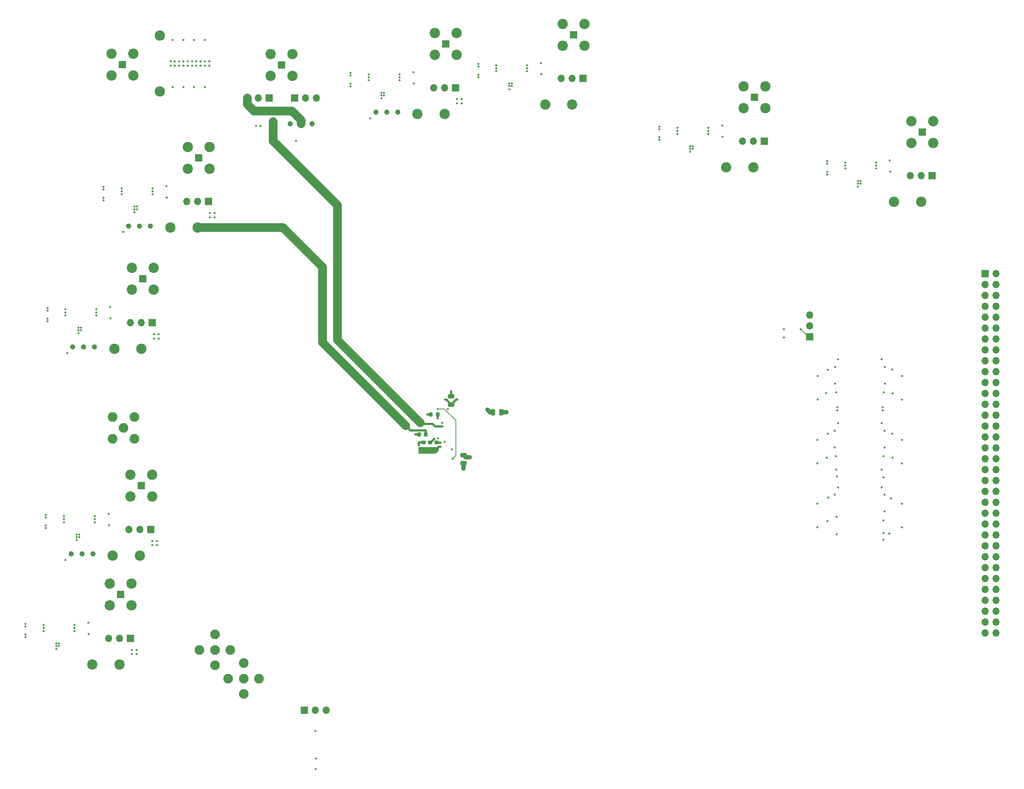
<source format=gbr>
%TF.GenerationSoftware,KiCad,Pcbnew,7.0.1-0*%
%TF.CreationDate,2023-04-17T18:48:32+01:00*%
%TF.ProjectId,cyborg65r2_thermo_pcb,6379626f-7267-4363-9572-325f74686572,rev?*%
%TF.SameCoordinates,Original*%
%TF.FileFunction,Copper,L4,Bot*%
%TF.FilePolarity,Positive*%
%FSLAX46Y46*%
G04 Gerber Fmt 4.6, Leading zero omitted, Abs format (unit mm)*
G04 Created by KiCad (PCBNEW 7.0.1-0) date 2023-04-17 18:48:32*
%MOMM*%
%LPD*%
G01*
G04 APERTURE LIST*
G04 Aperture macros list*
%AMRoundRect*
0 Rectangle with rounded corners*
0 $1 Rounding radius*
0 $2 $3 $4 $5 $6 $7 $8 $9 X,Y pos of 4 corners*
0 Add a 4 corners polygon primitive as box body*
4,1,4,$2,$3,$4,$5,$6,$7,$8,$9,$2,$3,0*
0 Add four circle primitives for the rounded corners*
1,1,$1+$1,$2,$3*
1,1,$1+$1,$4,$5*
1,1,$1+$1,$6,$7*
1,1,$1+$1,$8,$9*
0 Add four rect primitives between the rounded corners*
20,1,$1+$1,$2,$3,$4,$5,0*
20,1,$1+$1,$4,$5,$6,$7,0*
20,1,$1+$1,$6,$7,$8,$9,0*
20,1,$1+$1,$8,$9,$2,$3,0*%
G04 Aperture macros list end*
%TA.AperFunction,ComponentPad*%
%ADD10R,1.785000X1.785000*%
%TD*%
%TA.AperFunction,ComponentPad*%
%ADD11C,2.400000*%
%TD*%
%TA.AperFunction,ComponentPad*%
%ADD12C,1.240000*%
%TD*%
%TA.AperFunction,ComponentPad*%
%ADD13R,1.700000X1.700000*%
%TD*%
%TA.AperFunction,ComponentPad*%
%ADD14O,1.700000X1.700000*%
%TD*%
%TA.AperFunction,ComponentPad*%
%ADD15C,2.250000*%
%TD*%
%TA.AperFunction,SMDPad,CuDef*%
%ADD16RoundRect,0.250000X-0.475000X0.250000X-0.475000X-0.250000X0.475000X-0.250000X0.475000X0.250000X0*%
%TD*%
%TA.AperFunction,SMDPad,CuDef*%
%ADD17RoundRect,0.225000X0.225000X0.250000X-0.225000X0.250000X-0.225000X-0.250000X0.225000X-0.250000X0*%
%TD*%
%TA.AperFunction,SMDPad,CuDef*%
%ADD18RoundRect,0.225000X-0.250000X0.225000X-0.250000X-0.225000X0.250000X-0.225000X0.250000X0.225000X0*%
%TD*%
%TA.AperFunction,SMDPad,CuDef*%
%ADD19RoundRect,0.250000X-0.250000X-0.475000X0.250000X-0.475000X0.250000X0.475000X-0.250000X0.475000X0*%
%TD*%
%TA.AperFunction,SMDPad,CuDef*%
%ADD20RoundRect,0.250000X0.475000X-0.250000X0.475000X0.250000X-0.475000X0.250000X-0.475000X-0.250000X0*%
%TD*%
%TA.AperFunction,ViaPad*%
%ADD21C,0.500000*%
%TD*%
%TA.AperFunction,Conductor*%
%ADD22C,0.127000*%
%TD*%
%TA.AperFunction,Conductor*%
%ADD23C,0.500000*%
%TD*%
%TA.AperFunction,Conductor*%
%ADD24C,2.000000*%
%TD*%
%TA.AperFunction,Conductor*%
%ADD25C,1.000000*%
%TD*%
G04 APERTURE END LIST*
D10*
%TO.P,J19,1,CNTR*%
%TO.N,Net-(J19-CNTR)*%
X145395000Y-79750000D03*
D11*
%TO.P,J19,2,GND*%
%TO.N,GND*%
X142855000Y-82290000D03*
%TO.P,J19,3,GND*%
X147935000Y-82290000D03*
%TO.P,J19,4,GND*%
X147935000Y-77210000D03*
%TO.P,J19,5,GND*%
X142855000Y-77210000D03*
%TD*%
%TO.P,J26,5,GND*%
%TO.N,GND*%
X129405000Y-153695000D03*
%TO.P,J26,4,GND*%
X134485000Y-153695000D03*
%TO.P,J26,3,GND*%
X134485000Y-158775000D03*
%TO.P,J26,2,GND*%
X129405000Y-158775000D03*
D10*
%TO.P,J26,1,CNTR*%
%TO.N,Net-(J26-CNTR)*%
X131945000Y-156235000D03*
%TD*%
D11*
%TO.P,J9,1,PRB*%
%TO.N,VDDD1P2*%
X232435000Y-67340000D03*
%TD*%
%TO.P,J21,1,PRB*%
%TO.N,VDDOSC*%
X132015000Y-124290000D03*
%TD*%
D12*
%TO.P,VR2,3,CW*%
%TO.N,unconnected-(VR2-CW-Pad3)*%
X121065000Y-123890000D03*
%TO.P,VR2,2,WIPER*%
%TO.N,GND*%
X118525000Y-123890000D03*
%TO.P,VR2,1,CCW*%
%TO.N,Net-(U7-SET)*%
X115985000Y-123890000D03*
%TD*%
D13*
%TO.P,J38,1,Pin_1*%
%TO.N,Net-(J36-Pin_1)*%
X161785000Y-65820000D03*
D14*
%TO.P,J38,2,Pin_2*%
%TO.N,/IREF*%
X159245000Y-65820000D03*
%TO.P,J38,3,Pin_3*%
%TO.N,/IREF/IREF_INT*%
X156705000Y-65820000D03*
%TD*%
D13*
%TO.P,J41,1,Pin_1*%
%TO.N,/SDA*%
X287790000Y-121526199D03*
D14*
%TO.P,J41,2,Pin_2*%
%TO.N,GND*%
X287790000Y-118986199D03*
%TO.P,J41,3,Pin_3*%
%TO.N,/SCL*%
X287790000Y-116446199D03*
%TD*%
D11*
%TO.P,J1,1,PRB*%
%TO.N,VDD3P3*%
X313740000Y-90050000D03*
%TD*%
%TO.P,J29,1,PRB*%
%TO.N,VDDCCO*%
X202675000Y-69485000D03*
%TD*%
D13*
%TO.P,J36,1,Pin_1*%
%TO.N,Net-(J36-Pin_1)*%
X167735000Y-65820000D03*
D14*
%TO.P,J36,2,Pin_2*%
%TO.N,Net-(J36-Pin_2)*%
X170275000Y-65820000D03*
%TO.P,J36,3,Pin_3*%
%TO.N,VDDCCO*%
X172815000Y-65820000D03*
%TD*%
D15*
%TO.P,J47,5,GND*%
%TO.N,GND*%
X125275000Y-145280000D03*
%TO.P,J47,4,GND*%
X125275000Y-140200000D03*
%TO.P,J47,3,GND*%
X130355000Y-140200000D03*
%TO.P,J47,2,GND*%
X130355000Y-145280000D03*
%TO.P,J47,1,CNTR*%
%TO.N,Net-(J47-CNTR)*%
X127815000Y-142740000D03*
%TD*%
D11*
%TO.P,J15,5,GND*%
%TO.N,GND*%
X124645000Y-179100000D03*
%TO.P,J15,4,GND*%
X129725000Y-179100000D03*
%TO.P,J15,3,GND*%
X129725000Y-184180000D03*
%TO.P,J15,2,GND*%
X124645000Y-184180000D03*
D10*
%TO.P,J15,1,CNTR*%
%TO.N,Net-(J15-CNTR)*%
X127185000Y-181640000D03*
%TD*%
D11*
%TO.P,J17,1,PRB*%
%TO.N,VREF*%
X145095000Y-96050000D03*
%TD*%
%TO.P,J2,1,PRB*%
%TO.N,GND*%
X307440000Y-90050000D03*
%TD*%
%TO.P,J23,1,PRB*%
%TO.N,VDDTQ*%
X131645000Y-172535000D03*
%TD*%
%TO.P,J18,1,PRB*%
%TO.N,GND*%
X138785000Y-96050000D03*
%TD*%
D13*
%TO.P,J20,1,Pin_1*%
%TO.N,Net-(J19-CNTR)*%
X147625000Y-89950000D03*
D14*
%TO.P,J20,2,Pin_2*%
%TO.N,Net-(J20-Pin_2)*%
X145085000Y-89950000D03*
%TO.P,J20,3,Pin_3*%
%TO.N,/VREF/VREF_INT*%
X142545000Y-89950000D03*
%TD*%
D11*
%TO.P,J13,1,PRB*%
%TO.N,VDDA2P5*%
X126885000Y-197940000D03*
%TD*%
D10*
%TO.P,J37,1,CNTR*%
%TO.N,Net-(J36-Pin_1)*%
X164680000Y-58090000D03*
D11*
%TO.P,J37,2,GND*%
%TO.N,GND*%
X162140000Y-60630000D03*
%TO.P,J37,3,GND*%
X167220000Y-60630000D03*
%TO.P,J37,4,GND*%
X167220000Y-55550000D03*
%TO.P,J37,5,GND*%
X162140000Y-55550000D03*
%TD*%
D14*
%TO.P,J48,3,Pin_3*%
%TO.N,/RSTBCLK*%
X175110000Y-208665000D03*
%TO.P,J48,2,Pin_2*%
%TO.N,GND*%
X172570000Y-208665000D03*
D13*
%TO.P,J48,1,Pin_1*%
%TO.N,/RSTB*%
X170030000Y-208665000D03*
%TD*%
D11*
%TO.P,J14,1,PRB*%
%TO.N,GND*%
X120575000Y-197940000D03*
%TD*%
%TO.P,J24,1,PRB*%
%TO.N,GND*%
X125325000Y-172535000D03*
%TD*%
D10*
%TO.P,J11,1,CNTR*%
%TO.N,Net-(J11-CNTR)*%
X232735000Y-51040000D03*
D11*
%TO.P,J11,2,GND*%
%TO.N,GND*%
X230195000Y-53580000D03*
%TO.P,J11,3,GND*%
X235275000Y-53580000D03*
%TO.P,J11,4,GND*%
X235275000Y-48500000D03*
%TO.P,J11,5,GND*%
X230195000Y-48500000D03*
%TD*%
D14*
%TO.P,J16,3,Pin_3*%
%TO.N,/VDDA2P5/VDDA2P5_INT*%
X124335000Y-191840000D03*
%TO.P,J16,2,Pin_2*%
%TO.N,Net-(J16-Pin_2)*%
X126875000Y-191840000D03*
D13*
%TO.P,J16,1,Pin_1*%
%TO.N,Net-(J15-CNTR)*%
X129415000Y-191840000D03*
%TD*%
D15*
%TO.P,J40,5,GND*%
%TO.N,GND*%
X155847887Y-204839136D03*
%TO.P,J40,4,GND*%
X152255785Y-201247034D03*
%TO.P,J40,3,GND*%
X155847887Y-197654932D03*
%TO.P,J40,2,GND*%
X159439989Y-201247034D03*
%TO.P,J40,1,CNTR*%
%TO.N,/CLKIN_N*%
X155847887Y-201247034D03*
%TD*%
D14*
%TO.P,J27,3,Pin_3*%
%TO.N,/VDDACORE/VDDOSC_INT*%
X129465000Y-118190000D03*
%TO.P,J27,2,Pin_2*%
%TO.N,Net-(J27-Pin_2)*%
X132005000Y-118190000D03*
D13*
%TO.P,J27,1,Pin_1*%
%TO.N,Net-(J25-CNTR)*%
X134545000Y-118190000D03*
%TD*%
D10*
%TO.P,J7,1,CNTR*%
%TO.N,Net-(J7-CNTR)*%
X274935000Y-65665000D03*
D11*
%TO.P,J7,2,GND*%
%TO.N,GND*%
X272395000Y-68205000D03*
%TO.P,J7,3,GND*%
X277475000Y-68205000D03*
%TO.P,J7,4,GND*%
X277475000Y-63125000D03*
%TO.P,J7,5,GND*%
X272395000Y-63125000D03*
%TD*%
D12*
%TO.P,VR1,1,CCW*%
%TO.N,Net-(U6-SET)*%
X129065000Y-95650000D03*
%TO.P,VR1,2,WIPER*%
%TO.N,GND*%
X131605000Y-95650000D03*
%TO.P,VR1,3,CW*%
%TO.N,unconnected-(VR1-CW-Pad3)*%
X134145000Y-95650000D03*
%TD*%
D11*
%TO.P,J34,1,PRB*%
%TO.N,VDDEXT*%
X136305000Y-51265000D03*
%TD*%
D13*
%TO.P,J4,1,Pin_1*%
%TO.N,Net-(J3-CNTR)*%
X316280000Y-83950000D03*
D14*
%TO.P,J4,2,Pin_2*%
%TO.N,VDD3P3*%
X313740000Y-83950000D03*
%TO.P,J4,3,Pin_3*%
%TO.N,/VDD3P3/VDD3P3_INT*%
X311200000Y-83950000D03*
%TD*%
D11*
%TO.P,J5,1,PRB*%
%TO.N,VDDD2P5*%
X274645000Y-81965000D03*
%TD*%
D14*
%TO.P,J28,3,Pin_3*%
%TO.N,/VDDACORE/VDDTQ_INT*%
X129095000Y-166435000D03*
%TO.P,J28,2,Pin_2*%
%TO.N,Net-(J28-Pin_2)*%
X131635000Y-166435000D03*
D13*
%TO.P,J28,1,Pin_1*%
%TO.N,Net-(J26-CNTR)*%
X134175000Y-166435000D03*
%TD*%
%TO.P,J8,1,Pin_1*%
%TO.N,Net-(J7-CNTR)*%
X277175000Y-75865000D03*
D14*
%TO.P,J8,2,Pin_2*%
%TO.N,VDDD2P5*%
X274635000Y-75865000D03*
%TO.P,J8,3,Pin_3*%
%TO.N,/VDDD2P5/VDDD2P5_INT*%
X272095000Y-75865000D03*
%TD*%
D11*
%TO.P,J6,1,PRB*%
%TO.N,GND*%
X268335000Y-81965000D03*
%TD*%
D12*
%TO.P,VR4,3,CW*%
%TO.N,unconnected-(VR4-CW-Pad3)*%
X191725000Y-69085000D03*
%TO.P,VR4,2,WIPER*%
%TO.N,GND*%
X189185000Y-69085000D03*
%TO.P,VR4,1,CCW*%
%TO.N,Net-(U9-SET)*%
X186645000Y-69085000D03*
%TD*%
D14*
%TO.P,J46,68,Pin_68*%
%TO.N,GND*%
X331200000Y-190625000D03*
%TO.P,J46,67,Pin_67*%
%TO.N,/DIGBUF_LEVSHIFT/DOUT_BUF18*%
X328660000Y-190625000D03*
%TO.P,J46,66,Pin_66*%
%TO.N,GND*%
X331200000Y-188085000D03*
%TO.P,J46,65,Pin_65*%
%TO.N,/DIGBUF_LEVSHIFT/DOUT_BUF17*%
X328660000Y-188085000D03*
%TO.P,J46,64,Pin_64*%
%TO.N,GND*%
X331200000Y-185545000D03*
%TO.P,J46,63,Pin_63*%
%TO.N,/DIGBUF_LEVSHIFT/DOUT_BUF16*%
X328660000Y-185545000D03*
%TO.P,J46,62,Pin_62*%
%TO.N,GND*%
X331200000Y-183005000D03*
%TO.P,J46,61,Pin_61*%
%TO.N,/DIGBUF_LEVSHIFT/DOUT_BUF15*%
X328660000Y-183005000D03*
%TO.P,J46,60,Pin_60*%
%TO.N,GND*%
X331200000Y-180465000D03*
%TO.P,J46,59,Pin_59*%
%TO.N,/DIGBUF_LEVSHIFT/DOUT_BUF14*%
X328660000Y-180465000D03*
%TO.P,J46,58,Pin_58*%
%TO.N,GND*%
X331200000Y-177925000D03*
%TO.P,J46,57,Pin_57*%
%TO.N,/DIGBUF_LEVSHIFT/DOUT_BUF13*%
X328660000Y-177925000D03*
%TO.P,J46,56,Pin_56*%
%TO.N,GND*%
X331200000Y-175385000D03*
%TO.P,J46,55,Pin_55*%
%TO.N,/DIGBUF_LEVSHIFT/DOUT_BUF12*%
X328660000Y-175385000D03*
%TO.P,J46,54,Pin_54*%
%TO.N,GND*%
X331200000Y-172845000D03*
%TO.P,J46,53,Pin_53*%
%TO.N,/DIGBUF_LEVSHIFT/DOUT_BUF11*%
X328660000Y-172845000D03*
%TO.P,J46,52,Pin_52*%
%TO.N,GND*%
X331200000Y-170305000D03*
%TO.P,J46,51,Pin_51*%
%TO.N,/DIGBUF_LEVSHIFT/DOUT_BUF10*%
X328660000Y-170305000D03*
%TO.P,J46,50,Pin_50*%
%TO.N,GND*%
X331200000Y-167765000D03*
%TO.P,J46,49,Pin_49*%
%TO.N,/DIGBUF_LEVSHIFT/DOUT_BUF9*%
X328660000Y-167765000D03*
%TO.P,J46,48,Pin_48*%
%TO.N,GND*%
X331200000Y-165225000D03*
%TO.P,J46,47,Pin_47*%
%TO.N,/DIGBUF_LEVSHIFT/DOUT_BUF8*%
X328660000Y-165225000D03*
%TO.P,J46,46,Pin_46*%
%TO.N,GND*%
X331200000Y-162685000D03*
%TO.P,J46,45,Pin_45*%
%TO.N,/DIGBUF_LEVSHIFT/DOUT_BUF7*%
X328660000Y-162685000D03*
%TO.P,J46,44,Pin_44*%
%TO.N,GND*%
X331200000Y-160145000D03*
%TO.P,J46,43,Pin_43*%
%TO.N,/DIGBUF_LEVSHIFT/DOUT_BUF6*%
X328660000Y-160145000D03*
%TO.P,J46,42,Pin_42*%
%TO.N,GND*%
X331200000Y-157605000D03*
%TO.P,J46,41,Pin_41*%
%TO.N,/DIGBUF_LEVSHIFT/DOUT_BUF5*%
X328660000Y-157605000D03*
%TO.P,J46,40,Pin_40*%
%TO.N,GND*%
X331200000Y-155065000D03*
%TO.P,J46,39,Pin_39*%
%TO.N,/DIGBUF_LEVSHIFT/DOUT_BUF4*%
X328660000Y-155065000D03*
%TO.P,J46,38,Pin_38*%
%TO.N,GND*%
X331200000Y-152525000D03*
%TO.P,J46,37,Pin_37*%
%TO.N,/DIGBUF_LEVSHIFT/DOUT_BUF3*%
X328660000Y-152525000D03*
%TO.P,J46,36,Pin_36*%
%TO.N,GND*%
X331200000Y-149985000D03*
%TO.P,J46,35,Pin_35*%
%TO.N,/DIGBUF_LEVSHIFT/DOUT_BUF2*%
X328660000Y-149985000D03*
%TO.P,J46,34,Pin_34*%
%TO.N,GND*%
X331200000Y-147445000D03*
%TO.P,J46,33,Pin_33*%
%TO.N,/DIGBUF_LEVSHIFT/DOUT_BUF1*%
X328660000Y-147445000D03*
%TO.P,J46,32,Pin_32*%
%TO.N,GND*%
X331200000Y-144905000D03*
%TO.P,J46,31,Pin_31*%
%TO.N,/DIGBUF_LEVSHIFT/DOUT_BUF0*%
X328660000Y-144905000D03*
%TO.P,J46,30,Pin_30*%
%TO.N,GND*%
X331200000Y-142365000D03*
%TO.P,J46,29,Pin_29*%
%TO.N,/DIGBUF_LEVSHIFT/CLKOUT_BUF*%
X328660000Y-142365000D03*
%TO.P,J46,28,Pin_28*%
%TO.N,GND*%
X331200000Y-139825000D03*
%TO.P,J46,27,Pin_27*%
%TO.N,/DIGBUF_LEVSHIFT/CCOUT_BUF*%
X328660000Y-139825000D03*
%TO.P,J46,26,Pin_26*%
%TO.N,GND*%
X331200000Y-137285000D03*
%TO.P,J46,25,Pin_25*%
%TO.N,/DIGBUF_LEVSHIFT/CLKRS_BUF*%
X328660000Y-137285000D03*
%TO.P,J46,24,Pin_24*%
%TO.N,GND*%
X331200000Y-134745000D03*
%TO.P,J46,23,Pin_23*%
%TO.N,/DIGBUF_LEVSHIFT/AUX_BUF0*%
X328660000Y-134745000D03*
%TO.P,J46,22,Pin_22*%
%TO.N,GND*%
X331200000Y-132205000D03*
%TO.P,J46,21,Pin_21*%
%TO.N,/DIGBUF_LEVSHIFT/AUX_BUF1*%
X328660000Y-132205000D03*
%TO.P,J46,20,Pin_20*%
%TO.N,GND*%
X331200000Y-129665000D03*
%TO.P,J46,19,Pin_19*%
%TO.N,/DIGBUF_LEVSHIFT/AUX_BUF2*%
X328660000Y-129665000D03*
%TO.P,J46,18,Pin_18*%
%TO.N,GND*%
X331200000Y-127125000D03*
%TO.P,J46,17,Pin_17*%
%TO.N,/DIGBUF_LEVSHIFT/AUX_BUF3*%
X328660000Y-127125000D03*
%TO.P,J46,16,Pin_16*%
%TO.N,GND*%
X331200000Y-124585000D03*
%TO.P,J46,15,Pin_15*%
%TO.N,/DIGBUF_LEVSHIFT/AUX_BUF4*%
X328660000Y-124585000D03*
%TO.P,J46,14,Pin_14*%
%TO.N,GND*%
X331200000Y-122045000D03*
%TO.P,J46,13,Pin_13*%
%TO.N,/DIGBUF_LEVSHIFT/AUX_BUF5*%
X328660000Y-122045000D03*
%TO.P,J46,12,Pin_12*%
%TO.N,GND*%
X331200000Y-119505000D03*
%TO.P,J46,11,Pin_11*%
%TO.N,/DIGBUF_LEVSHIFT/AUX_BUF6*%
X328660000Y-119505000D03*
%TO.P,J46,10,Pin_10*%
%TO.N,GND*%
X331200000Y-116965000D03*
%TO.P,J46,9,Pin_9*%
%TO.N,/DIGBUF_LEVSHIFT/AUX_BUF7*%
X328660000Y-116965000D03*
%TO.P,J46,8,Pin_8*%
%TO.N,GND*%
X331200000Y-114425000D03*
%TO.P,J46,7,Pin_7*%
%TO.N,/DIGBUF_LEVSHIFT/AUX_BUF8*%
X328660000Y-114425000D03*
%TO.P,J46,6,Pin_6*%
%TO.N,GND*%
X331200000Y-111885000D03*
%TO.P,J46,5,Pin_5*%
%TO.N,/DIGBUF_LEVSHIFT/AUX_BUF9*%
X328660000Y-111885000D03*
%TO.P,J46,4,Pin_4*%
%TO.N,GND*%
X331200000Y-109345000D03*
%TO.P,J46,3,Pin_3*%
%TO.N,/DIGBUF_LEVSHIFT/AUX_BUF10*%
X328660000Y-109345000D03*
%TO.P,J46,2,Pin_2*%
%TO.N,GND*%
X331200000Y-106805000D03*
D13*
%TO.P,J46,1,Pin_1*%
%TO.N,/DIGBUF_LEVSHIFT/AUX_BUF11*%
X328660000Y-106805000D03*
%TD*%
D11*
%TO.P,J35,1,PRB*%
%TO.N,GND*%
X136305000Y-64265000D03*
%TD*%
%TO.P,J22,1,PRB*%
%TO.N,GND*%
X125695000Y-124290000D03*
%TD*%
D10*
%TO.P,J3,1,CNTR*%
%TO.N,Net-(J3-CNTR)*%
X314040000Y-73750000D03*
D11*
%TO.P,J3,2,GND*%
%TO.N,GND*%
X311500000Y-76290000D03*
%TO.P,J3,3,GND*%
X316580000Y-76290000D03*
%TO.P,J3,4,GND*%
X316580000Y-71210000D03*
%TO.P,J3,5,GND*%
X311500000Y-71210000D03*
%TD*%
D15*
%TO.P,J39,5,GND*%
%TO.N,GND*%
X149139989Y-198139136D03*
%TO.P,J39,4,GND*%
X145547887Y-194547034D03*
%TO.P,J39,3,GND*%
X149139989Y-190954932D03*
%TO.P,J39,2,GND*%
X152732091Y-194547034D03*
%TO.P,J39,1,CNTR*%
%TO.N,/CLKIN_P*%
X149139989Y-194547034D03*
%TD*%
D11*
%TO.P,J25,5,GND*%
%TO.N,GND*%
X129775000Y-105450000D03*
%TO.P,J25,4,GND*%
X134855000Y-105450000D03*
%TO.P,J25,3,GND*%
X134855000Y-110530000D03*
%TO.P,J25,2,GND*%
X129775000Y-110530000D03*
D10*
%TO.P,J25,1,CNTR*%
%TO.N,Net-(J25-CNTR)*%
X132315000Y-107990000D03*
%TD*%
D11*
%TO.P,J10,1,PRB*%
%TO.N,GND*%
X226135000Y-67340000D03*
%TD*%
D12*
%TO.P,VR3,3,CW*%
%TO.N,unconnected-(VR3-CW-Pad3)*%
X120695000Y-172135000D03*
%TO.P,VR3,2,WIPER*%
%TO.N,GND*%
X118155000Y-172135000D03*
%TO.P,VR3,1,CCW*%
%TO.N,Net-(U8-SET)*%
X115615000Y-172135000D03*
%TD*%
D13*
%TO.P,J12,1,Pin_1*%
%TO.N,Net-(J11-CNTR)*%
X234970000Y-61240000D03*
D14*
%TO.P,J12,2,Pin_2*%
%TO.N,VDDD1P2*%
X232430000Y-61240000D03*
%TO.P,J12,3,Pin_3*%
%TO.N,/VDDD1P2/VDD1P2_INT*%
X229890000Y-61240000D03*
%TD*%
D11*
%TO.P,J31,5,GND*%
%TO.N,GND*%
X200435000Y-50645000D03*
%TO.P,J31,4,GND*%
X205515000Y-50645000D03*
%TO.P,J31,3,GND*%
X205515000Y-55725000D03*
%TO.P,J31,2,GND*%
X200435000Y-55725000D03*
D10*
%TO.P,J31,1,CNTR*%
%TO.N,Net-(J31-CNTR)*%
X202975000Y-53185000D03*
%TD*%
D12*
%TO.P,VR5,1,CCW*%
%TO.N,unconnected-(VR5-CCW-Pad1)*%
X166720000Y-71820000D03*
%TO.P,VR5,2,WIPER*%
%TO.N,/IREF/IREF_INT*%
X169260000Y-71820000D03*
%TO.P,VR5,3,CW*%
%TO.N,Net-(J36-Pin_2)*%
X171800000Y-71820000D03*
%TD*%
D10*
%TO.P,J33,1,CNTR*%
%TO.N,Net-(J33-CNTR)*%
X127625000Y-58015000D03*
D11*
%TO.P,J33,2,GND*%
%TO.N,GND*%
X130165000Y-60555000D03*
%TO.P,J33,3,GND*%
X130165000Y-55475000D03*
%TO.P,J33,4,GND*%
X125085000Y-55475000D03*
%TO.P,J33,5,GND*%
X125085000Y-60555000D03*
%TD*%
D14*
%TO.P,J32,3,Pin_3*%
%TO.N,/VDDACORE/VDDCCO_INT*%
X200125000Y-63385000D03*
%TO.P,J32,2,Pin_2*%
%TO.N,Net-(J32-Pin_2)*%
X202665000Y-63385000D03*
D13*
%TO.P,J32,1,Pin_1*%
%TO.N,Net-(J31-CNTR)*%
X205205000Y-63385000D03*
%TD*%
D11*
%TO.P,J30,1,PRB*%
%TO.N,GND*%
X196355000Y-69485000D03*
%TD*%
D16*
%TO.P,C7,2*%
%TO.N,GND*%
X207063312Y-150997000D03*
%TO.P,C7,1*%
%TO.N,VDDD2P5*%
X207063312Y-149097000D03*
%TD*%
D17*
%TO.P,C4,2*%
%TO.N,GND*%
X196758312Y-144237000D03*
%TO.P,C4,1*%
%TO.N,VREF*%
X198308312Y-144237000D03*
%TD*%
D18*
%TO.P,C3,2*%
%TO.N,GND*%
X200803312Y-147717000D03*
%TO.P,C3,1*%
%TO.N,VDDA2P5*%
X200803312Y-146167000D03*
%TD*%
D19*
%TO.P,C8,2*%
%TO.N,GND*%
X215855000Y-139105000D03*
%TO.P,C8,1*%
%TO.N,VDDD2P5*%
X213955000Y-139105000D03*
%TD*%
D17*
%TO.P,C1,1*%
%TO.N,VDDCCO*%
X201043312Y-139627000D03*
%TO.P,C1,2*%
%TO.N,GND*%
X199493312Y-139627000D03*
%TD*%
D18*
%TO.P,C5,2*%
%TO.N,GND*%
X199293312Y-147717000D03*
%TO.P,C5,1*%
%TO.N,VDDTQ*%
X199293312Y-146167000D03*
%TD*%
%TO.P,C2,2*%
%TO.N,GND*%
X197793312Y-147712000D03*
%TO.P,C2,1*%
%TO.N,VDDOSC*%
X197793312Y-146162000D03*
%TD*%
D20*
%TO.P,C6,2*%
%TO.N,GND*%
X204233312Y-135407000D03*
%TO.P,C6,1*%
%TO.N,VDDD1P2*%
X204233312Y-137307000D03*
%TD*%
D21*
%TO.N,/RSTB*%
X204540000Y-149955000D03*
%TO.N,/IREF*%
X162760000Y-73320000D03*
X162760000Y-72320000D03*
X162760000Y-71320000D03*
%TO.N,VDDEXT*%
X109185000Y-189440000D03*
X138805000Y-57265000D03*
X130395000Y-92450000D03*
X140805000Y-57265000D03*
X127395000Y-88250000D03*
X296040000Y-82250000D03*
X145805000Y-57265000D03*
X117315000Y-120690000D03*
X127395000Y-87550000D03*
X259935000Y-78365000D03*
X143805000Y-58265000D03*
X140805000Y-58265000D03*
X109185000Y-188740000D03*
X214735000Y-58140000D03*
X116945000Y-168935000D03*
X217735000Y-63740000D03*
X256935000Y-73465000D03*
X141805000Y-58265000D03*
X184975000Y-60285000D03*
X299040000Y-86450000D03*
X139805000Y-58265000D03*
X113945000Y-163335000D03*
X142805000Y-57265000D03*
X214735000Y-58840000D03*
X147805000Y-58265000D03*
X184975000Y-60985000D03*
X113945000Y-164035000D03*
X184975000Y-61685000D03*
X114315000Y-116490000D03*
X144805000Y-57265000D03*
X187975000Y-65885000D03*
X256935000Y-72765000D03*
X141805000Y-57265000D03*
X144805000Y-58265000D03*
X138805000Y-58265000D03*
X146805000Y-57265000D03*
X296040000Y-81550000D03*
X112185000Y-194340000D03*
X145805000Y-58265000D03*
X127395000Y-86850000D03*
X139805000Y-57265000D03*
X256935000Y-74165000D03*
X109185000Y-190140000D03*
X143805000Y-57265000D03*
X142805000Y-58265000D03*
X114315000Y-115090000D03*
X146805000Y-58265000D03*
X147805000Y-57265000D03*
X296040000Y-80850000D03*
X113945000Y-164735000D03*
X114315000Y-115790000D03*
X214735000Y-59540000D03*
%TO.N,/VDD3P3/VDD3P3_INT*%
X303240000Y-82250000D03*
X303240000Y-81550000D03*
X303240000Y-80850000D03*
%TO.N,VDD3P3*%
X307000000Y-129120000D03*
X306345000Y-167430000D03*
X307005000Y-144110000D03*
X307050000Y-134680000D03*
X306725000Y-159180000D03*
X307085000Y-149660000D03*
%TO.N,VDDD2P5*%
X291610000Y-134620000D03*
X281732500Y-121656199D03*
X208503312Y-149597000D03*
X281732500Y-119716199D03*
X172575000Y-213467500D03*
X291715000Y-149680000D03*
X291970000Y-129230000D03*
X291945000Y-164540000D03*
X292035000Y-144120000D03*
X292125000Y-159030000D03*
X212713312Y-138537000D03*
%TO.N,/VDDD2P5/VDDD2P5_INT*%
X264135000Y-72765000D03*
X264135000Y-74165000D03*
X264135000Y-73465000D03*
%TO.N,/VDDD1P2/VDD1P2_INT*%
X221935000Y-59540000D03*
X221935000Y-58140000D03*
X221935000Y-58840000D03*
%TO.N,VDDD1P2*%
X202793312Y-136177000D03*
X205673312Y-136177000D03*
%TO.N,/VDDA2P5/VDDA2P5_INT*%
X116385000Y-190140000D03*
X116385000Y-188740000D03*
X116385000Y-189440000D03*
%TO.N,VDDA2P5*%
X129785000Y-194540000D03*
X129785000Y-195540000D03*
X130885000Y-194540000D03*
X130885000Y-195540000D03*
X201753312Y-146247000D03*
%TO.N,/VREF/VREF_INT*%
X134595000Y-86850000D03*
X134595000Y-87550000D03*
X134595000Y-88250000D03*
%TO.N,VREF*%
X147995000Y-92650000D03*
X147995000Y-93650000D03*
X149095000Y-92650000D03*
X198303312Y-143312500D03*
X149095000Y-93650000D03*
X127765000Y-97070000D03*
%TO.N,/VDDACORE/VDDTQ_INT*%
X121145000Y-163335000D03*
X121145000Y-164035000D03*
X121145000Y-164735000D03*
%TO.N,/VDDACORE/VDDCCO_INT*%
X192175000Y-60285000D03*
X192175000Y-61685000D03*
X192175000Y-60985000D03*
%TO.N,VDDOSC*%
X196653312Y-146827000D03*
X136015000Y-121890000D03*
X134915000Y-121890000D03*
X196653312Y-146157000D03*
X134915000Y-120890000D03*
X136015000Y-120890000D03*
X114685000Y-125310000D03*
%TO.N,VDDTQ*%
X135645000Y-169135000D03*
X134545000Y-170135000D03*
X134545000Y-169135000D03*
X135645000Y-170135000D03*
X114315000Y-173555000D03*
X201123312Y-145237000D03*
X200293312Y-145277000D03*
%TO.N,/VDDACORE/VDDOSC_INT*%
X121515000Y-116490000D03*
X121515000Y-115790000D03*
X121515000Y-115090000D03*
%TO.N,/IREF*%
X202133312Y-142417000D03*
%TO.N,/SDA*%
X285660000Y-119716199D03*
%TO.N,/RSTB*%
X201053312Y-138327000D03*
%TO.N,GND*%
X305205000Y-143440000D03*
X309310000Y-130610000D03*
X309255000Y-151040000D03*
X195853312Y-144237000D03*
X172670000Y-219915000D03*
X124445000Y-165435000D03*
X141805000Y-52265000D03*
X294145000Y-154090000D03*
X123195000Y-89050000D03*
X299040000Y-85750000D03*
X294391000Y-126760000D03*
X305205000Y-158370000D03*
X260535000Y-77065000D03*
X252735000Y-73065000D03*
X117915000Y-119390000D03*
X291840000Y-83650000D03*
X144305000Y-63265000D03*
X201783312Y-147197000D03*
X116945000Y-168235000D03*
X104985000Y-190940000D03*
X289586000Y-165970000D03*
X210535000Y-58440000D03*
X203443312Y-138377000D03*
X124345000Y-162835000D03*
X123195000Y-86550000D03*
X293886000Y-149390000D03*
X196843312Y-147907000D03*
X112185000Y-193640000D03*
X305010000Y-134460000D03*
X293941000Y-134460000D03*
X204233312Y-134237000D03*
X112785000Y-193040000D03*
X304955000Y-154310000D03*
X119685000Y-190840000D03*
X305260000Y-132410000D03*
X195375000Y-59785000D03*
X109745000Y-163035000D03*
X137795000Y-86350000D03*
X110115000Y-117290000D03*
X299640000Y-85150000D03*
X172620000Y-222365000D03*
X304760000Y-138660000D03*
X210535000Y-60340000D03*
X305260000Y-128510000D03*
X207063312Y-152277000D03*
X144305000Y-52265000D03*
X204413312Y-147737000D03*
X180775000Y-63085000D03*
X119585000Y-188240000D03*
X289586000Y-145540000D03*
X124715000Y-114590000D03*
X195475000Y-62385000D03*
X110115000Y-114790000D03*
X304760000Y-137960000D03*
X117545000Y-168235000D03*
X217735000Y-62440000D03*
X291840000Y-80550000D03*
X293636000Y-143440000D03*
X210535000Y-57840000D03*
X188575000Y-64585000D03*
X117915000Y-119990000D03*
X187975000Y-65185000D03*
X217735000Y-63040000D03*
X252735000Y-72465000D03*
X291840000Y-81150000D03*
X137895000Y-88950000D03*
X130995000Y-91750000D03*
X117545000Y-167635000D03*
X293636000Y-147340000D03*
X104985000Y-188440000D03*
X123195000Y-87150000D03*
X252735000Y-75565000D03*
X218335000Y-62440000D03*
X304955000Y-149390000D03*
X104985000Y-191540000D03*
X293636000Y-158370000D03*
X293691000Y-128510000D03*
X159760000Y-72320000D03*
X304949000Y-168820000D03*
X130395000Y-91150000D03*
X293691000Y-132410000D03*
X259935000Y-77665000D03*
X252735000Y-74965000D03*
X146805000Y-63265000D03*
X305205000Y-147340000D03*
X304955000Y-164320000D03*
X309310000Y-136110000D03*
X187975000Y-64585000D03*
X309255000Y-165970000D03*
X304560000Y-152525000D03*
X294336000Y-156620000D03*
X304949000Y-167320000D03*
X117315000Y-119390000D03*
X225235000Y-60240000D03*
X109745000Y-165535000D03*
X180775000Y-60585000D03*
X306440000Y-80350000D03*
X267335000Y-72265000D03*
X180775000Y-62485000D03*
X109745000Y-166135000D03*
X305205000Y-162270000D03*
X294191000Y-138660000D03*
X180775000Y-59985000D03*
X110115000Y-115390000D03*
X289641000Y-136110000D03*
X112785000Y-193640000D03*
X293938970Y-152533970D03*
X123195000Y-89650000D03*
X124815000Y-117190000D03*
X294336000Y-141690000D03*
X141805000Y-63265000D03*
X210535000Y-60940000D03*
X259935000Y-77065000D03*
X260535000Y-77665000D03*
X309255000Y-160470000D03*
X289586000Y-160470000D03*
X110115000Y-117890000D03*
X217063312Y-139107000D03*
X299040000Y-85150000D03*
X117315000Y-119990000D03*
X299640000Y-85750000D03*
X309255000Y-145540000D03*
X130995000Y-91150000D03*
X130395000Y-91750000D03*
X291840000Y-83050000D03*
X304505000Y-141690000D03*
X198593312Y-139627000D03*
X146805000Y-52265000D03*
X225135000Y-57640000D03*
X289586000Y-151040000D03*
X304560000Y-126760000D03*
X218335000Y-63040000D03*
X289641000Y-130610000D03*
X267435000Y-74865000D03*
X294015000Y-167590000D03*
X202106249Y-141584063D03*
X188575000Y-65185000D03*
X139305000Y-63265000D03*
X202653312Y-145997000D03*
X116945000Y-167635000D03*
X158760000Y-72320000D03*
X112185000Y-193040000D03*
X104985000Y-189040000D03*
X139305000Y-52265000D03*
X304505000Y-156620000D03*
X294191000Y-137960000D03*
X306540000Y-82950000D03*
X109745000Y-163635000D03*
X294005000Y-163470000D03*
%TO.N,VDDCCO*%
X201043312Y-140557000D03*
X168060000Y-75820000D03*
X206675000Y-67085000D03*
X185345000Y-70505000D03*
X205575000Y-67085000D03*
X205575000Y-66085000D03*
X206675000Y-66085000D03*
%TD*%
D22*
%TO.N,/RSTB*%
X204540000Y-149955000D02*
X205306812Y-149188188D01*
X205306812Y-149188188D02*
X205306812Y-141010500D01*
X205306812Y-141010500D02*
X202623312Y-138327000D01*
X202623312Y-138327000D02*
X201053312Y-138327000D01*
D23*
%TO.N,VREF*%
X198303312Y-143312500D02*
X194682500Y-143312500D01*
X194682500Y-143312500D02*
X193640000Y-142270000D01*
D24*
X174260000Y-122890000D02*
X193640000Y-142270000D01*
X174260000Y-105270000D02*
X174260000Y-122890000D01*
X145095000Y-96050000D02*
X165040000Y-96050000D01*
X165040000Y-96050000D02*
X174260000Y-105270000D01*
%TO.N,/IREF*%
X162760000Y-71320000D02*
X162760000Y-75840000D01*
X162760000Y-75840000D02*
X177695000Y-90775000D01*
X177695000Y-90775000D02*
X177695000Y-122240000D01*
X177695000Y-122240000D02*
X196995000Y-141540000D01*
D23*
X202133312Y-142417000D02*
X200496600Y-142417000D01*
X200496600Y-142417000D02*
X199884600Y-141805000D01*
X197260000Y-141805000D02*
X196995000Y-141540000D01*
X199884600Y-141805000D02*
X197260000Y-141805000D01*
D25*
%TO.N,VDDD2P5*%
X213281312Y-139105000D02*
X212713312Y-138537000D01*
X208503312Y-149597000D02*
X207563312Y-149597000D01*
X207563312Y-149597000D02*
X207063312Y-149097000D01*
X213955000Y-139105000D02*
X213281312Y-139105000D01*
D23*
%TO.N,VDDD1P2*%
X205673312Y-136177000D02*
X205363312Y-136177000D01*
X202793312Y-136177000D02*
X203103312Y-136177000D01*
X205363312Y-136177000D02*
X204233312Y-137307000D01*
X203103312Y-136177000D02*
X204233312Y-137307000D01*
%TO.N,VDDA2P5*%
X200883312Y-146247000D02*
X200803312Y-146167000D01*
X201753312Y-146247000D02*
X200883312Y-146247000D01*
%TO.N,VREF*%
X198303312Y-143312500D02*
X198303312Y-144232000D01*
%TO.N,VDDOSC*%
X196653312Y-146827000D02*
X196653312Y-146157000D01*
X196653312Y-146157000D02*
X197788312Y-146157000D01*
X197788312Y-146157000D02*
X197793312Y-146162000D01*
%TO.N,VDDTQ*%
X199373718Y-146167000D02*
X200273718Y-145267000D01*
D24*
%TO.N,/IREF/IREF_INT*%
X158260000Y-68820000D02*
X156705000Y-67265000D01*
X169260000Y-70943188D02*
X167136812Y-68820000D01*
X156705000Y-67265000D02*
X156705000Y-65820000D01*
X167136812Y-68820000D02*
X158260000Y-68820000D01*
X169260000Y-71820000D02*
X169260000Y-70943188D01*
D22*
%TO.N,/SDA*%
X287470000Y-121526199D02*
X285660000Y-119716199D01*
X287790000Y-121526199D02*
X287470000Y-121526199D01*
D23*
%TO.N,GND*%
X198593312Y-139627000D02*
X199493312Y-139627000D01*
X201783312Y-147197000D02*
X201323312Y-147197000D01*
X204233312Y-134237000D02*
X204233312Y-135407000D01*
X201323312Y-147197000D02*
X200803312Y-147717000D01*
D25*
X215855000Y-139105000D02*
X217061312Y-139105000D01*
D23*
X195853312Y-144237000D02*
X196758312Y-144237000D01*
D25*
X207063312Y-150997000D02*
X207063312Y-152277000D01*
X217061312Y-139105000D02*
X217063312Y-139107000D01*
D23*
%TO.N,VDDCCO*%
X201043312Y-140557000D02*
X201043312Y-139627000D01*
%TD*%
%TA.AperFunction,Conductor*%
%TO.N,GND*%
G36*
X201261312Y-147273613D02*
G01*
X201306699Y-147319000D01*
X201323312Y-147381000D01*
X201323312Y-147945638D01*
X201313873Y-147993091D01*
X201286993Y-148033319D01*
X200629631Y-148690681D01*
X200589403Y-148717561D01*
X200541950Y-148727000D01*
X196687312Y-148727000D01*
X196625312Y-148710387D01*
X196579925Y-148665000D01*
X196563312Y-148603000D01*
X196563312Y-147381000D01*
X196579925Y-147319000D01*
X196625312Y-147273613D01*
X196687312Y-147257000D01*
X201199312Y-147257000D01*
X201261312Y-147273613D01*
G37*
%TD.AperFunction*%
%TD*%
M02*

</source>
